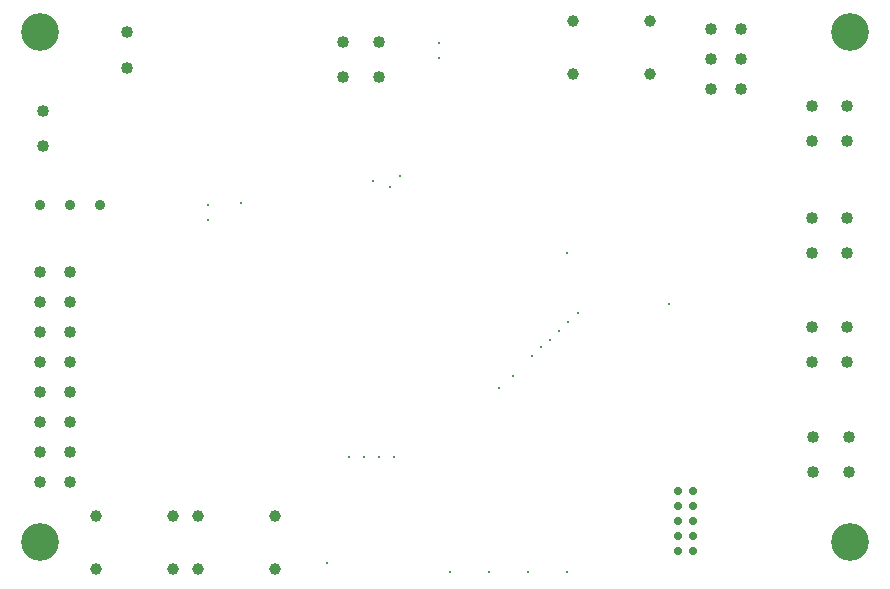
<source format=gbr>
%TF.GenerationSoftware,Altium Limited,Altium Designer,19.1.8 (144)*%
G04 Layer_Color=0*
%FSLAX23Y23*%
%MOIN*%
%TF.FileFunction,Plated,1,2,PTH,Drill*%
%TF.Part,Single*%
G01*
G75*
%TA.AperFunction,ComponentDrill*%
%ADD81C,0.040*%
%ADD82C,0.040*%
%ADD83C,0.028*%
%ADD84C,0.039*%
%ADD85C,0.035*%
%TA.AperFunction,OtherDrill,Pad Free-4 (150mil,150mil)*%
%ADD86C,0.126*%
%TA.AperFunction,OtherDrill,Pad Free-3 (2850mil,150mil)*%
%ADD87C,0.126*%
%TA.AperFunction,OtherDrill,Pad Free-2 (2850mil,1850mil)*%
%ADD88C,0.126*%
%TA.AperFunction,OtherDrill,Pad Free-1 (150mil,1850mil)*%
%ADD89C,0.126*%
%TA.AperFunction,ViaDrill,NotFilled*%
%ADD90C,0.010*%
D81*
X1278Y1818D02*
D03*
Y1700D02*
D03*
X1160Y1818D02*
D03*
Y1700D02*
D03*
X440Y1732D02*
D03*
Y1850D02*
D03*
X160Y1470D02*
D03*
Y1588D02*
D03*
X2727Y385D02*
D03*
Y503D02*
D03*
X2845Y385D02*
D03*
Y503D02*
D03*
X2723Y750D02*
D03*
Y868D02*
D03*
X2841Y750D02*
D03*
Y868D02*
D03*
X2723Y1115D02*
D03*
Y1233D02*
D03*
X2841Y1115D02*
D03*
Y1233D02*
D03*
X2840Y1605D02*
D03*
Y1487D02*
D03*
X2722Y1605D02*
D03*
Y1487D02*
D03*
D82*
X150Y350D02*
D03*
Y450D02*
D03*
Y550D02*
D03*
Y650D02*
D03*
Y750D02*
D03*
Y850D02*
D03*
Y950D02*
D03*
Y1050D02*
D03*
X250Y350D02*
D03*
Y450D02*
D03*
Y550D02*
D03*
Y650D02*
D03*
Y750D02*
D03*
Y850D02*
D03*
Y950D02*
D03*
Y1050D02*
D03*
X2385Y1860D02*
D03*
Y1760D02*
D03*
Y1660D02*
D03*
X2485Y1860D02*
D03*
Y1760D02*
D03*
Y1660D02*
D03*
D83*
X2325Y120D02*
D03*
X2275D02*
D03*
X2325Y170D02*
D03*
X2275D02*
D03*
X2325Y220D02*
D03*
X2275D02*
D03*
X2325Y270D02*
D03*
X2275D02*
D03*
X2325Y320D02*
D03*
X2275D02*
D03*
D84*
X933Y61D02*
D03*
X677D02*
D03*
X933Y239D02*
D03*
X677D02*
D03*
X593Y61D02*
D03*
X337D02*
D03*
X593Y239D02*
D03*
X337D02*
D03*
X2183Y1711D02*
D03*
X1927D02*
D03*
X2183Y1889D02*
D03*
X1927D02*
D03*
D85*
X350Y1275D02*
D03*
X250D02*
D03*
X150D02*
D03*
D86*
Y150D02*
D03*
D87*
X2850D02*
D03*
D88*
Y1850D02*
D03*
D89*
X150D02*
D03*
D90*
X1260Y1355D02*
D03*
X1315Y1335D02*
D03*
X1105Y80D02*
D03*
X1480Y1765D02*
D03*
Y1815D02*
D03*
X820Y1280D02*
D03*
X1350Y1370D02*
D03*
X710Y1225D02*
D03*
Y1275D02*
D03*
X1880Y855D02*
D03*
X1680Y665D02*
D03*
X1820Y800D02*
D03*
X1850Y825D02*
D03*
X1944Y914D02*
D03*
X1910Y885D02*
D03*
X1790Y770D02*
D03*
X1725Y705D02*
D03*
X1905Y50D02*
D03*
X1775D02*
D03*
X1645D02*
D03*
X1515D02*
D03*
X1330Y435D02*
D03*
X1280D02*
D03*
X1230D02*
D03*
X1180D02*
D03*
X2245Y945D02*
D03*
X1905Y1115D02*
D03*
%TF.MD5,e606d35b12ea4731e9ceb0f50caf1f66*%
M02*

</source>
